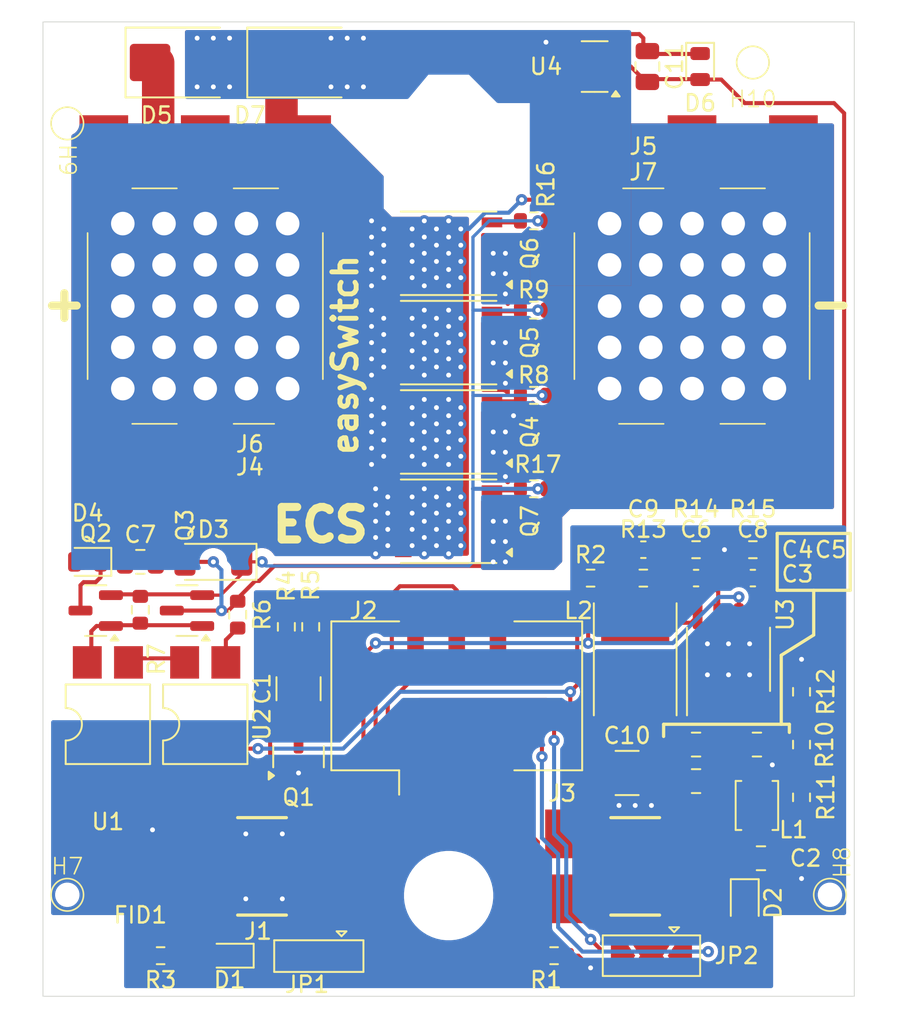
<source format=kicad_pcb>
(kicad_pcb
	(version 20240108)
	(generator "pcbnew")
	(generator_version "8.0")
	(general
		(thickness 1.6)
		(legacy_teardrops no)
	)
	(paper "A4")
	(layers
		(0 "F.Cu" signal)
		(31 "B.Cu" signal)
		(32 "B.Adhes" user "B.Adhesive")
		(33 "F.Adhes" user "F.Adhesive")
		(34 "B.Paste" user)
		(35 "F.Paste" user)
		(36 "B.SilkS" user "B.Silkscreen")
		(37 "F.SilkS" user "F.Silkscreen")
		(38 "B.Mask" user)
		(39 "F.Mask" user)
		(40 "Dwgs.User" user "User.Drawings")
		(41 "Cmts.User" user "User.Comments")
		(42 "Eco1.User" user "User.Eco1")
		(43 "Eco2.User" user "User.Eco2")
		(44 "Edge.Cuts" user)
		(45 "Margin" user)
		(46 "B.CrtYd" user "B.Courtyard")
		(47 "F.CrtYd" user "F.Courtyard")
		(48 "B.Fab" user)
		(49 "F.Fab" user)
		(50 "User.1" user)
		(51 "User.2" user)
		(52 "User.3" user)
		(53 "User.4" user)
		(54 "User.5" user)
		(55 "User.6" user)
		(56 "User.7" user)
		(57 "User.8" user)
		(58 "User.9" user)
	)
	(setup
		(pad_to_mask_clearance 0)
		(allow_soldermask_bridges_in_footprints no)
		(pcbplotparams
			(layerselection 0x00010fc_ffffffff)
			(plot_on_all_layers_selection 0x0000000_00000000)
			(disableapertmacros no)
			(usegerberextensions no)
			(usegerberattributes yes)
			(usegerberadvancedattributes yes)
			(creategerberjobfile yes)
			(dashed_line_dash_ratio 12.000000)
			(dashed_line_gap_ratio 3.000000)
			(svgprecision 4)
			(plotframeref no)
			(viasonmask no)
			(mode 1)
			(useauxorigin no)
			(hpglpennumber 1)
			(hpglpenspeed 20)
			(hpglpendiameter 15.000000)
			(pdf_front_fp_property_popups yes)
			(pdf_back_fp_property_popups yes)
			(dxfpolygonmode yes)
			(dxfimperialunits yes)
			(dxfusepcbnewfont yes)
			(psnegative no)
			(psa4output no)
			(plotreference yes)
			(plotvalue yes)
			(plotfptext yes)
			(plotinvisibletext no)
			(sketchpadsonfab no)
			(subtractmaskfromsilk no)
			(outputformat 1)
			(mirror no)
			(drillshape 1)
			(scaleselection 1)
			(outputdirectory "")
		)
	)
	(net 0 "")
	(net 1 "Net-(D2-K)")
	(net 2 "Net-(U1-Pad3)")
	(net 3 "Net-(U1-Pad2)")
	(net 4 "GND")
	(net 5 "VCC")
	(net 6 "/pgood")
	(net 7 "Net-(Q1-C)")
	(net 8 "Net-(C1-Pad1)")
	(net 9 "Net-(U3-VIN)")
	(net 10 "Net-(U3-BST)")
	(net 11 "Net-(U3-SW)")
	(net 12 "Net-(D4-K)")
	(net 13 "Net-(U3-FB)")
	(net 14 "Net-(C8-Pad1)")
	(net 15 "Net-(D1-K)")
	(net 16 "Net-(D1-A)")
	(net 17 "Net-(D2-A)")
	(net 18 "Net-(J2-Pin_5)")
	(net 19 "Net-(J2-Pin_4)")
	(net 20 "Net-(J2-Pin_3)")
	(net 21 "unconnected-(J2-Pin_6-Pad6)")
	(net 22 "Net-(J2-Pin_1)")
	(net 23 "Net-(J2-Pin_2)")
	(net 24 "Net-(Q2-B)")
	(net 25 "Net-(Q4-G)")
	(net 26 "Net-(Q5-G)")
	(net 27 "Net-(Q6-G)")
	(net 28 "Net-(R6-Pad1)")
	(net 29 "Net-(U3-EN{slash}UVLO)")
	(net 30 "Net-(U3-RON)")
	(net 31 "unconnected-(U4-~{FGD}-Pad1)")
	(net 32 "unconnected-(U4-OFF-Pad3)")
	(net 33 "/sw-")
	(net 34 "/sw+")
	(net 35 "/G")
	(net 36 "Net-(Q7-G)")
	(footprint "myWürthSHFU:WP-SHFU_7461098_HAL" (layer "F.Cu") (at 110 57.5))
	(footprint "Resistor_SMD:R_0603_1608Metric" (layer "F.Cu") (at 137 74.25))
	(footprint "Diode_SMD:D_MicroMELF" (layer "F.Cu") (at 140.5 42.75 -90))
	(footprint "Package_TO_SOT_SMD:TSOT-23-6" (layer "F.Cu") (at 134 42.75 180))
	(footprint "Resistor_SMD:R_0603_1608Metric" (layer "F.Cu") (at 140.25 72.5))
	(footprint "Jumper:SolderJumper-3_P2.0mm_Open_TrianglePad1.0x1.5mm" (layer "F.Cu") (at 137.5 97.5 180))
	(footprint "Package_DIP:SMDIP-4_W7.62mm" (layer "F.Cu") (at 110 83.25 90))
	(footprint "Capacitor_SMD:C_0805_2012Metric" (layer "F.Cu") (at 140.25 86.75 180))
	(footprint "MountingHole:MountingHole_2.7mm_M2.5_DIN965" (layer "F.Cu") (at 102.5 97.5))
	(footprint "Resistor_SMD:R_0603_1608Metric" (layer "F.Cu") (at 116.5 77.25 -90))
	(footprint "myHoles:printer_mounting_holes_1mm" (layer "F.Cu") (at 148.5 93.75))
	(footprint "Package_SO:PowerPAK_SO-8_Single" (layer "F.Cu") (at 125 70.75 180))
	(footprint "Resistor_SMD:R_0603_1608Metric" (layer "F.Cu") (at 107.25 97.5))
	(footprint "Resistor_SMD:R_0603_1608Metric" (layer "F.Cu") (at 112 76.5 90))
	(footprint "Package_TO_SOT_SMD:SOT-23" (layer "F.Cu") (at 103.25 76.25 180))
	(footprint "Resistor_SMD:R_0603_1608Metric" (layer "F.Cu") (at 130.25 63))
	(footprint "Resistor_SMD:R_0603_1608Metric" (layer "F.Cu") (at 130.25 57.75))
	(footprint "Diode_SMD:D_SMB" (layer "F.Cu") (at 108.75 42.5))
	(footprint "Capacitor_SMD:C_0805_2012Metric" (layer "F.Cu") (at 140.25 84.5 180))
	(footprint "LED_SMD:LED_0603_1608Metric" (layer "F.Cu") (at 111.5 97.5 180))
	(footprint "myHoles:printer_mounting_holes_1mm" (layer "F.Cu") (at 101.5 93.75))
	(footprint "Package_SO:PowerPAK_SO-8_Single" (layer "F.Cu") (at 125 54.25 180))
	(footprint "myChineseConnectors:14580S0M5" (layer "F.Cu") (at 140 57.5 -90))
	(footprint "Resistor_SMD:R_0603_1608Metric" (layer "F.Cu") (at 115 77.25 -90))
	(footprint "Resistor_SMD:R_0603_1608Metric" (layer "F.Cu") (at 106 76.2 -90))
	(footprint "myChineseConnectors:14580S0M5" (layer "F.Cu") (at 110 57.5 90))
	(footprint "Connector_IDC:IDC-Header_2x03_P2.54mm_Vertical_SMD" (layer "F.Cu") (at 125.5 81.5 90))
	(footprint "Capacitor_SMD:C_0805_2012Metric" (layer "F.Cu") (at 106 73.25))
	(footprint "Package_TO_SOT_SMD:SOT-23" (layer "F.Cu") (at 108.875 76.25 180))
	(footprint "Resistor_SMD:R_0603_1608Metric" (layer "F.Cu") (at 146.75 87.75 -90))
	(footprint "Jumper:SolderJumper-3_P2.0mm_Open_TrianglePad1.0x1.5mm" (layer "F.Cu") (at 117 97.5 180))
	(footprint "Capacitor_SMD:C_0603_1608Metric" (layer "F.Cu") (at 137 72.5 180))
	(footprint "Package_SO:PowerPAK_SO-8_Single"
		(layer "F.Cu")
		(uuid "7f98b255-3a5d-486f-9851-c1d762762b9b")
		(at 125 65.25 180)
		(descr "PowerPAK SO-8 Single (https://www.vishay.com/docs/71655/powerpak.pdf, https://www.vishay.com/docs/72599/72599.pdf)")
		(tags "PowerPAK SO-8 Single")
		(property "Reference" "Q4"
			(at -5 0 90)
			(layer "F.SilkS")
			(uuid "bb7c8050-9541-412f-a021-6055cb5f3eaf")
			(effects
				(font
					(size 1 1)
					(thickness 0.15)
				)
			)
		)
		(property "Value" "SIR500DP"
			(at 0 3.5 0)
			(layer "F.Fab")
			(uuid "d65774ec-46e1-468b-849f-0e3e95ad7e18")
			(effects
				(font
					(size 1 1)
					(thickness 0.15)
				)
			)
		)
		(property "Footprint" "Package_SO:PowerPAK_SO-8_Single"
			(at 0 0 180)
			(unlocked yes)
			(layer "F.Fab")
			(hide yes)
			(uuid "0d66a38b-9e44-4230-80c7-ea5282ccf4a7")
			(effects
				(font
					(size 1.27 1.27)
					(thickness 0.15)
				)
			)
		)
		(property "Datasheet" "https://www.vishay.com/docs/66840/sir500dp.pdf"
			(at 0 0 180)
			(unlocked yes)
			(layer "F.Fab")
			(hide yes)
			(uuid "9c43d3f6-83d0-4e69-885a-63a02dd75167")
			(effects
				(font
					(size 1.27 1.27)
					(thickness 0.15)
				)
			)
		)
		(property "Description" "SIR500DP-T1-RE3  MOSFET N-CH 30V Vds +16V/-12V Vgs 85,9A (Ta) PowerPAK-SO-8 SMD"
			(at 0 0 180)
			(unlocked yes)
			(layer "F.Fab")
			(hide yes)
			(uuid "f1ddb14f-a94b-4bc3-8c29-dc5bb69846b8")
			(effects
				(font
					(size 1.27 1.27)
					(thickness 0.15)
				)
			)
		)
		(property "ECS Art#" "T157"
			(at 0 0 180)
			(unlocked yes)
			(layer "F.Fab")
			(hide yes)
			(uuid "ecbacb46-98a3-408f-a35a-01ad2a4f625a")
			(effects
				(font
					(size 1 1)
					(thickness 0.15)
				)
			)
		)
		(property "Hersteller" "VISHAY"
			(at 0 0 180)
			(unlocked yes)
			(layer "F.Fab")
			(hide yes)
			(uuid "798aaa92-47f2-4a2d-b261-19609c853311")
			(effects
				(font
					(size 1 1)
					(thickness 0.15)
				)
			)
		)
		(property "HAN" "SIR50DP"
			(at 0 0 180)
			(unlocked yes)
			(layer "F.Fab")
			(hide yes)
			(uuid "c82b76bf-4328-4398-a5d1-bf55bede7240")
			(effects
				(font
					(size 1 1)
					(thickness 0.15)
				)
			)
		)
		(property ki_fp_filters "PowerPAK*SO*Single*")
		(path "/fdce2796-18a2-4e31-a0fa-85a3c94f2b5f")
		(sheetname "Stammblatt")
		(sheetfile "easySwitch.kicad_sch")
		(attr smd)
		(fp_line
			(start -2.945 2.57)
			(end 2.945 2.57)
			(stroke
				(width 0.12)
				(type solid)
			)
			(layer "F.SilkS")
			(uuid "d0171005-8d93-4ecf-a5d9-2c20c85f0d01")
		)
		(fp_line
			(start -2.945 -2.57)
			(end 2.945 -2.57)
			(stroke
				(width 0.12)
				(type solid)
			)
			(layer "F.SilkS")
			(uuid "bd50af0f-f102-41f0-8ebf-d210996a0634")
		)
		(fp_poly
			(pts
				(xy -3.575 -1.925) (xy -3.905 -2.165) (xy -3.905 -1.685) (xy -3.575 -1.925)
			)
			(stroke
				(width 0.12)
				(type solid)
			)
			(fill solid)
			(layer "F.SilkS")
			(uuid "606e87af-100b-486b-9d35-156776053611")
		)
		(fp_line
			(start 3.55 -2.75)
			(end 3.55 2.75)
			(stroke
				(width 0.05)
				(type solid)
			)
			(layer "F.CrtYd")
			(uuid "5cdbfb9d-8caf-47f1-bbf3-cf8be079d489")
		)
		(fp_line
			(start -3.55 2.75)
			(end 3.55 2.75)
			(stroke
				(width 0.05)
				(type solid)
			)
			(layer "F.CrtYd")
			(uuid "485a9174-b973-42af-a297-55dcae71bd64")
		)
		(fp_line
			(start -3.55 -2.75)
			(end 3.55 -2.75)
			(stroke
				(width 0.05)
				(type solid)
			)
			(layer "F.CrtYd")
			(uuid "6bbb398b-018f-40cf
... [330700 chars truncated]
</source>
